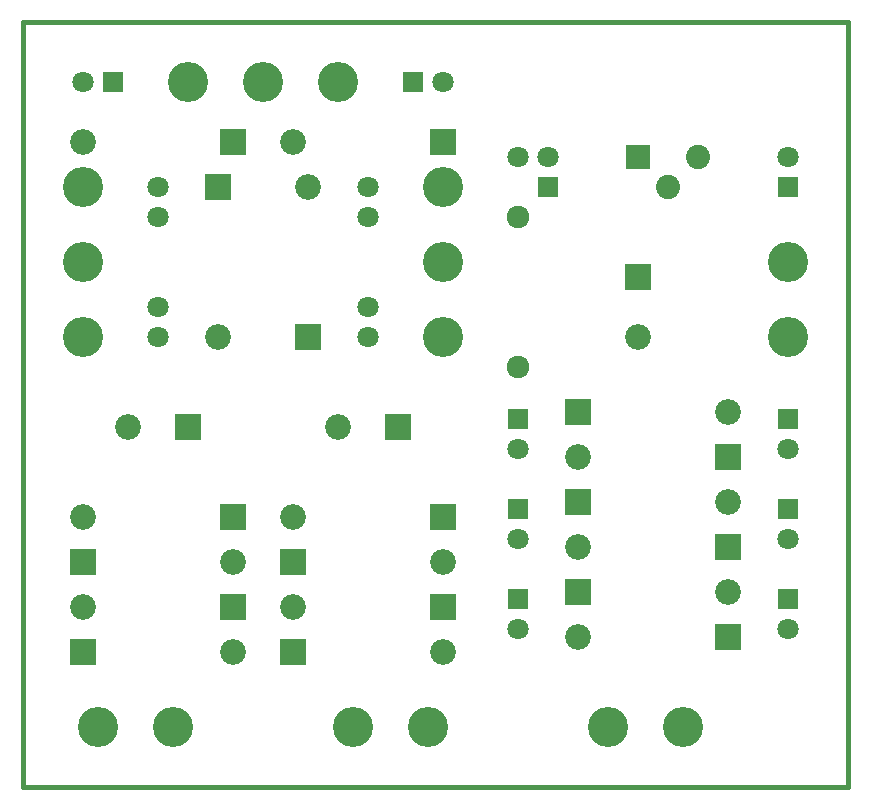
<source format=gbr>
G04 #@! TF.FileFunction,Soldermask,Bot*
%FSLAX46Y46*%
G04 Gerber Fmt 4.6, Leading zero omitted, Abs format (unit mm)*
G04 Created by KiCad (PCBNEW 4.0.5+dfsg1-4+deb9u1) date Mon Sep 26 08:45:25 2022*
%MOMM*%
%LPD*%
G01*
G04 APERTURE LIST*
%ADD10C,0.100000*%
%ADD11C,0.381000*%
%ADD12C,3.399740*%
%ADD13C,1.797000*%
%ADD14R,1.797000X1.797000*%
%ADD15R,2.178000X2.178000*%
%ADD16C,2.178000*%
%ADD17C,1.924000*%
%ADD18C,2.051000*%
%ADD19R,2.051000X2.051000*%
G04 APERTURE END LIST*
D10*
D11*
X182245000Y-68580000D02*
X112395000Y-68580000D01*
X182245000Y-92710000D02*
X182245000Y-68580000D01*
X182245000Y-133350000D02*
X182245000Y-92710000D01*
X112395000Y-133350000D02*
X182245000Y-133350000D01*
X112395000Y-68580000D02*
X112395000Y-133350000D01*
D12*
X177165000Y-95250000D03*
X177165000Y-88900000D03*
X126365000Y-73660000D03*
X132715000Y-73660000D03*
X139065000Y-73660000D03*
X147955000Y-95250000D03*
X147955000Y-88900000D03*
X147955000Y-82550000D03*
X147955000Y-82550000D03*
X147955000Y-88900000D03*
X147955000Y-95250000D03*
X117475000Y-95250000D03*
X117475000Y-88900000D03*
X117475000Y-82550000D03*
X117475000Y-82550000D03*
X161925000Y-128270000D03*
X168275000Y-128270000D03*
X146685000Y-128270000D03*
X140335000Y-128270000D03*
X125095000Y-128270000D03*
X118745000Y-128270000D03*
X117475000Y-88900000D03*
X117475000Y-95250000D03*
D13*
X123825000Y-95250000D03*
X123825000Y-92710000D03*
X123825000Y-82550000D03*
X123825000Y-85090000D03*
X141605000Y-82550000D03*
X141605000Y-85090000D03*
X141605000Y-95250000D03*
X141605000Y-92710000D03*
D14*
X177165000Y-102235000D03*
D13*
X177165000Y-104775000D03*
D14*
X120015000Y-73660000D03*
D13*
X117475000Y-73660000D03*
D14*
X145415000Y-73660000D03*
D13*
X147955000Y-73660000D03*
D14*
X177165000Y-117475000D03*
D13*
X177165000Y-120015000D03*
D14*
X154305000Y-117475000D03*
D13*
X154305000Y-120015000D03*
D14*
X177165000Y-109855000D03*
D13*
X177165000Y-112395000D03*
D14*
X154305000Y-109855000D03*
D13*
X154305000Y-112395000D03*
D14*
X154305000Y-102235000D03*
D13*
X154305000Y-104775000D03*
D15*
X144145000Y-102870000D03*
D16*
X139065000Y-102870000D03*
D15*
X126365000Y-102870000D03*
D16*
X121285000Y-102870000D03*
X130175000Y-114300000D03*
D15*
X117475000Y-114300000D03*
D16*
X117475000Y-118110000D03*
D15*
X130175000Y-118110000D03*
D16*
X136525000Y-82550000D03*
D15*
X136525000Y-95250000D03*
D16*
X117475000Y-110490000D03*
D15*
X130175000Y-110490000D03*
D16*
X128905000Y-95250000D03*
D15*
X128905000Y-82550000D03*
D16*
X117475000Y-78740000D03*
D15*
X130175000Y-78740000D03*
D16*
X135255000Y-110490000D03*
D15*
X147955000Y-110490000D03*
D16*
X147955000Y-114300000D03*
D15*
X135255000Y-114300000D03*
D16*
X130175000Y-121920000D03*
D15*
X117475000Y-121920000D03*
D16*
X135255000Y-118110000D03*
D15*
X147955000Y-118110000D03*
D16*
X147955000Y-121920000D03*
D15*
X135255000Y-121920000D03*
D17*
X154305000Y-85090000D03*
X154305000Y-97790000D03*
D18*
X169545000Y-80010000D03*
X167005000Y-82550000D03*
D19*
X164465000Y-80010000D03*
D14*
X156845000Y-82550000D03*
D13*
X156845000Y-80010000D03*
X154305000Y-80010000D03*
D16*
X159385000Y-105410000D03*
D15*
X172085000Y-105410000D03*
D16*
X172085000Y-109220000D03*
D15*
X159385000Y-109220000D03*
D16*
X159385000Y-113030000D03*
D15*
X172085000Y-113030000D03*
D16*
X172085000Y-116840000D03*
D15*
X159385000Y-116840000D03*
D16*
X159385000Y-120650000D03*
D15*
X172085000Y-120650000D03*
D16*
X135255000Y-78740000D03*
D15*
X147955000Y-78740000D03*
D16*
X172085000Y-101600000D03*
D15*
X159385000Y-101600000D03*
X164465000Y-90170000D03*
D16*
X164465000Y-95250000D03*
D14*
X177165000Y-82550000D03*
D13*
X177165000Y-80010000D03*
M02*

</source>
